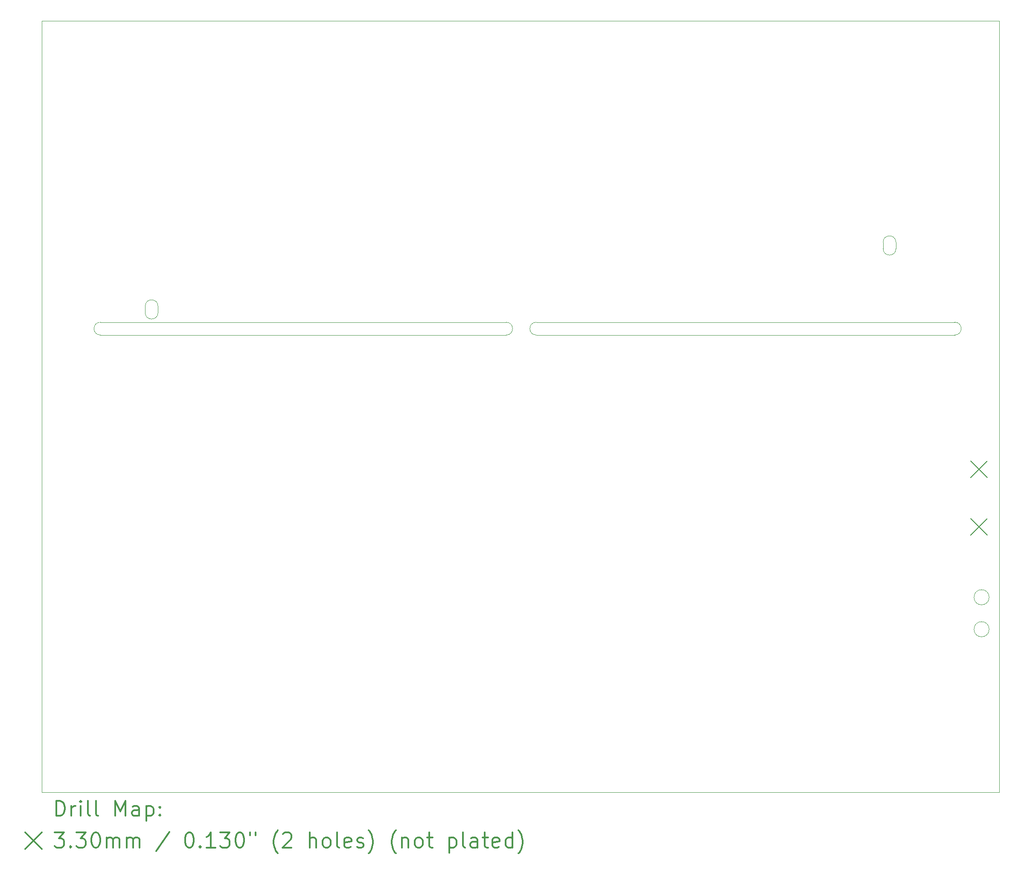
<source format=gbr>
%FSLAX45Y45*%
G04 Gerber Fmt 4.5, Leading zero omitted, Abs format (unit mm)*
G04 Created by KiCad (PCBNEW (5.1.6)-1) date 2023-08-01 14:28:14*
%MOMM*%
%LPD*%
G01*
G04 APERTURE LIST*
%TA.AperFunction,Profile*%
%ADD10C,0.050000*%
%TD*%
%ADD11C,0.200000*%
%ADD12C,0.300000*%
G04 APERTURE END LIST*
D10*
X21082000Y-5143500D02*
X12776200Y-5143500D01*
X21082000Y-5397500D02*
X12776200Y-5397500D01*
X12776200Y-5397500D02*
G75*
G02*
X12776200Y-5143500I0J127000D01*
G01*
X12179300Y-5143500D02*
G75*
G02*
X12179300Y-5397500I0J-127000D01*
G01*
X21763000Y-11239500D02*
G75*
G03*
X21763000Y-11239500I-150000J0D01*
G01*
X21763000Y-10604500D02*
G75*
G03*
X21763000Y-10604500I-150000J0D01*
G01*
X19659600Y-3556000D02*
X19659600Y-3683000D01*
X19659600Y-3556000D02*
G75*
G02*
X19913600Y-3556000I127000J0D01*
G01*
X19913600Y-3683000D02*
G75*
G02*
X19659600Y-3683000I-127000J0D01*
G01*
X19913600Y-3556000D02*
X19913600Y-3683000D01*
X5270500Y-4953000D02*
G75*
G02*
X5016500Y-4953000I-127000J0D01*
G01*
X5016500Y-4826000D02*
G75*
G02*
X5270500Y-4826000I127000J0D01*
G01*
X5270500Y-4953000D02*
X5270500Y-4826000D01*
X5016500Y-4826000D02*
X5016500Y-4953000D01*
X4127500Y-5397500D02*
G75*
G02*
X4127500Y-5143500I0J127000D01*
G01*
X21082000Y-5143500D02*
G75*
G02*
X21082000Y-5397500I0J-127000D01*
G01*
X12179300Y-5397500D02*
X4127500Y-5397500D01*
X4127500Y-5143500D02*
X12179300Y-5143500D01*
X2966500Y-14478000D02*
X21966500Y-14478000D01*
X21966500Y841500D02*
X21966500Y-14478000D01*
X2966500Y841500D02*
X21966500Y841500D01*
X2966500Y841500D02*
X2966500Y-14478000D01*
D11*
X21399600Y-7899400D02*
X21729600Y-8229400D01*
X21729600Y-7899400D02*
X21399600Y-8229400D01*
X21399600Y-9042600D02*
X21729600Y-9372600D01*
X21729600Y-9042600D02*
X21399600Y-9372600D01*
D12*
X3250428Y-14946214D02*
X3250428Y-14646214D01*
X3321857Y-14646214D01*
X3364714Y-14660500D01*
X3393286Y-14689071D01*
X3407571Y-14717643D01*
X3421857Y-14774786D01*
X3421857Y-14817643D01*
X3407571Y-14874786D01*
X3393286Y-14903357D01*
X3364714Y-14931929D01*
X3321857Y-14946214D01*
X3250428Y-14946214D01*
X3550428Y-14946214D02*
X3550428Y-14746214D01*
X3550428Y-14803357D02*
X3564714Y-14774786D01*
X3579000Y-14760500D01*
X3607571Y-14746214D01*
X3636143Y-14746214D01*
X3736143Y-14946214D02*
X3736143Y-14746214D01*
X3736143Y-14646214D02*
X3721857Y-14660500D01*
X3736143Y-14674786D01*
X3750428Y-14660500D01*
X3736143Y-14646214D01*
X3736143Y-14674786D01*
X3921857Y-14946214D02*
X3893286Y-14931929D01*
X3879000Y-14903357D01*
X3879000Y-14646214D01*
X4079000Y-14946214D02*
X4050428Y-14931929D01*
X4036143Y-14903357D01*
X4036143Y-14646214D01*
X4421857Y-14946214D02*
X4421857Y-14646214D01*
X4521857Y-14860500D01*
X4621857Y-14646214D01*
X4621857Y-14946214D01*
X4893286Y-14946214D02*
X4893286Y-14789071D01*
X4879000Y-14760500D01*
X4850428Y-14746214D01*
X4793286Y-14746214D01*
X4764714Y-14760500D01*
X4893286Y-14931929D02*
X4864714Y-14946214D01*
X4793286Y-14946214D01*
X4764714Y-14931929D01*
X4750428Y-14903357D01*
X4750428Y-14874786D01*
X4764714Y-14846214D01*
X4793286Y-14831929D01*
X4864714Y-14831929D01*
X4893286Y-14817643D01*
X5036143Y-14746214D02*
X5036143Y-15046214D01*
X5036143Y-14760500D02*
X5064714Y-14746214D01*
X5121857Y-14746214D01*
X5150428Y-14760500D01*
X5164714Y-14774786D01*
X5179000Y-14803357D01*
X5179000Y-14889071D01*
X5164714Y-14917643D01*
X5150428Y-14931929D01*
X5121857Y-14946214D01*
X5064714Y-14946214D01*
X5036143Y-14931929D01*
X5307571Y-14917643D02*
X5321857Y-14931929D01*
X5307571Y-14946214D01*
X5293286Y-14931929D01*
X5307571Y-14917643D01*
X5307571Y-14946214D01*
X5307571Y-14760500D02*
X5321857Y-14774786D01*
X5307571Y-14789071D01*
X5293286Y-14774786D01*
X5307571Y-14760500D01*
X5307571Y-14789071D01*
X2634000Y-15275500D02*
X2964000Y-15605500D01*
X2964000Y-15275500D02*
X2634000Y-15605500D01*
X3221857Y-15276214D02*
X3407571Y-15276214D01*
X3307571Y-15390500D01*
X3350428Y-15390500D01*
X3379000Y-15404786D01*
X3393286Y-15419071D01*
X3407571Y-15447643D01*
X3407571Y-15519071D01*
X3393286Y-15547643D01*
X3379000Y-15561929D01*
X3350428Y-15576214D01*
X3264714Y-15576214D01*
X3236143Y-15561929D01*
X3221857Y-15547643D01*
X3536143Y-15547643D02*
X3550428Y-15561929D01*
X3536143Y-15576214D01*
X3521857Y-15561929D01*
X3536143Y-15547643D01*
X3536143Y-15576214D01*
X3650428Y-15276214D02*
X3836143Y-15276214D01*
X3736143Y-15390500D01*
X3779000Y-15390500D01*
X3807571Y-15404786D01*
X3821857Y-15419071D01*
X3836143Y-15447643D01*
X3836143Y-15519071D01*
X3821857Y-15547643D01*
X3807571Y-15561929D01*
X3779000Y-15576214D01*
X3693286Y-15576214D01*
X3664714Y-15561929D01*
X3650428Y-15547643D01*
X4021857Y-15276214D02*
X4050428Y-15276214D01*
X4079000Y-15290500D01*
X4093286Y-15304786D01*
X4107571Y-15333357D01*
X4121857Y-15390500D01*
X4121857Y-15461929D01*
X4107571Y-15519071D01*
X4093286Y-15547643D01*
X4079000Y-15561929D01*
X4050428Y-15576214D01*
X4021857Y-15576214D01*
X3993286Y-15561929D01*
X3979000Y-15547643D01*
X3964714Y-15519071D01*
X3950428Y-15461929D01*
X3950428Y-15390500D01*
X3964714Y-15333357D01*
X3979000Y-15304786D01*
X3993286Y-15290500D01*
X4021857Y-15276214D01*
X4250428Y-15576214D02*
X4250428Y-15376214D01*
X4250428Y-15404786D02*
X4264714Y-15390500D01*
X4293286Y-15376214D01*
X4336143Y-15376214D01*
X4364714Y-15390500D01*
X4379000Y-15419071D01*
X4379000Y-15576214D01*
X4379000Y-15419071D02*
X4393286Y-15390500D01*
X4421857Y-15376214D01*
X4464714Y-15376214D01*
X4493286Y-15390500D01*
X4507571Y-15419071D01*
X4507571Y-15576214D01*
X4650428Y-15576214D02*
X4650428Y-15376214D01*
X4650428Y-15404786D02*
X4664714Y-15390500D01*
X4693286Y-15376214D01*
X4736143Y-15376214D01*
X4764714Y-15390500D01*
X4779000Y-15419071D01*
X4779000Y-15576214D01*
X4779000Y-15419071D02*
X4793286Y-15390500D01*
X4821857Y-15376214D01*
X4864714Y-15376214D01*
X4893286Y-15390500D01*
X4907571Y-15419071D01*
X4907571Y-15576214D01*
X5493286Y-15261929D02*
X5236143Y-15647643D01*
X5879000Y-15276214D02*
X5907571Y-15276214D01*
X5936143Y-15290500D01*
X5950428Y-15304786D01*
X5964714Y-15333357D01*
X5979000Y-15390500D01*
X5979000Y-15461929D01*
X5964714Y-15519071D01*
X5950428Y-15547643D01*
X5936143Y-15561929D01*
X5907571Y-15576214D01*
X5879000Y-15576214D01*
X5850428Y-15561929D01*
X5836143Y-15547643D01*
X5821857Y-15519071D01*
X5807571Y-15461929D01*
X5807571Y-15390500D01*
X5821857Y-15333357D01*
X5836143Y-15304786D01*
X5850428Y-15290500D01*
X5879000Y-15276214D01*
X6107571Y-15547643D02*
X6121857Y-15561929D01*
X6107571Y-15576214D01*
X6093286Y-15561929D01*
X6107571Y-15547643D01*
X6107571Y-15576214D01*
X6407571Y-15576214D02*
X6236143Y-15576214D01*
X6321857Y-15576214D02*
X6321857Y-15276214D01*
X6293286Y-15319071D01*
X6264714Y-15347643D01*
X6236143Y-15361929D01*
X6507571Y-15276214D02*
X6693286Y-15276214D01*
X6593286Y-15390500D01*
X6636143Y-15390500D01*
X6664714Y-15404786D01*
X6679000Y-15419071D01*
X6693286Y-15447643D01*
X6693286Y-15519071D01*
X6679000Y-15547643D01*
X6664714Y-15561929D01*
X6636143Y-15576214D01*
X6550428Y-15576214D01*
X6521857Y-15561929D01*
X6507571Y-15547643D01*
X6879000Y-15276214D02*
X6907571Y-15276214D01*
X6936143Y-15290500D01*
X6950428Y-15304786D01*
X6964714Y-15333357D01*
X6979000Y-15390500D01*
X6979000Y-15461929D01*
X6964714Y-15519071D01*
X6950428Y-15547643D01*
X6936143Y-15561929D01*
X6907571Y-15576214D01*
X6879000Y-15576214D01*
X6850428Y-15561929D01*
X6836143Y-15547643D01*
X6821857Y-15519071D01*
X6807571Y-15461929D01*
X6807571Y-15390500D01*
X6821857Y-15333357D01*
X6836143Y-15304786D01*
X6850428Y-15290500D01*
X6879000Y-15276214D01*
X7093286Y-15276214D02*
X7093286Y-15333357D01*
X7207571Y-15276214D02*
X7207571Y-15333357D01*
X7650428Y-15690500D02*
X7636143Y-15676214D01*
X7607571Y-15633357D01*
X7593286Y-15604786D01*
X7579000Y-15561929D01*
X7564714Y-15490500D01*
X7564714Y-15433357D01*
X7579000Y-15361929D01*
X7593286Y-15319071D01*
X7607571Y-15290500D01*
X7636143Y-15247643D01*
X7650428Y-15233357D01*
X7750428Y-15304786D02*
X7764714Y-15290500D01*
X7793286Y-15276214D01*
X7864714Y-15276214D01*
X7893286Y-15290500D01*
X7907571Y-15304786D01*
X7921857Y-15333357D01*
X7921857Y-15361929D01*
X7907571Y-15404786D01*
X7736143Y-15576214D01*
X7921857Y-15576214D01*
X8279000Y-15576214D02*
X8279000Y-15276214D01*
X8407571Y-15576214D02*
X8407571Y-15419071D01*
X8393286Y-15390500D01*
X8364714Y-15376214D01*
X8321857Y-15376214D01*
X8293286Y-15390500D01*
X8279000Y-15404786D01*
X8593286Y-15576214D02*
X8564714Y-15561929D01*
X8550428Y-15547643D01*
X8536143Y-15519071D01*
X8536143Y-15433357D01*
X8550428Y-15404786D01*
X8564714Y-15390500D01*
X8593286Y-15376214D01*
X8636143Y-15376214D01*
X8664714Y-15390500D01*
X8679000Y-15404786D01*
X8693286Y-15433357D01*
X8693286Y-15519071D01*
X8679000Y-15547643D01*
X8664714Y-15561929D01*
X8636143Y-15576214D01*
X8593286Y-15576214D01*
X8864714Y-15576214D02*
X8836143Y-15561929D01*
X8821857Y-15533357D01*
X8821857Y-15276214D01*
X9093286Y-15561929D02*
X9064714Y-15576214D01*
X9007571Y-15576214D01*
X8979000Y-15561929D01*
X8964714Y-15533357D01*
X8964714Y-15419071D01*
X8979000Y-15390500D01*
X9007571Y-15376214D01*
X9064714Y-15376214D01*
X9093286Y-15390500D01*
X9107571Y-15419071D01*
X9107571Y-15447643D01*
X8964714Y-15476214D01*
X9221857Y-15561929D02*
X9250428Y-15576214D01*
X9307571Y-15576214D01*
X9336143Y-15561929D01*
X9350428Y-15533357D01*
X9350428Y-15519071D01*
X9336143Y-15490500D01*
X9307571Y-15476214D01*
X9264714Y-15476214D01*
X9236143Y-15461929D01*
X9221857Y-15433357D01*
X9221857Y-15419071D01*
X9236143Y-15390500D01*
X9264714Y-15376214D01*
X9307571Y-15376214D01*
X9336143Y-15390500D01*
X9450428Y-15690500D02*
X9464714Y-15676214D01*
X9493286Y-15633357D01*
X9507571Y-15604786D01*
X9521857Y-15561929D01*
X9536143Y-15490500D01*
X9536143Y-15433357D01*
X9521857Y-15361929D01*
X9507571Y-15319071D01*
X9493286Y-15290500D01*
X9464714Y-15247643D01*
X9450428Y-15233357D01*
X9993286Y-15690500D02*
X9979000Y-15676214D01*
X9950428Y-15633357D01*
X9936143Y-15604786D01*
X9921857Y-15561929D01*
X9907571Y-15490500D01*
X9907571Y-15433357D01*
X9921857Y-15361929D01*
X9936143Y-15319071D01*
X9950428Y-15290500D01*
X9979000Y-15247643D01*
X9993286Y-15233357D01*
X10107571Y-15376214D02*
X10107571Y-15576214D01*
X10107571Y-15404786D02*
X10121857Y-15390500D01*
X10150428Y-15376214D01*
X10193286Y-15376214D01*
X10221857Y-15390500D01*
X10236143Y-15419071D01*
X10236143Y-15576214D01*
X10421857Y-15576214D02*
X10393286Y-15561929D01*
X10379000Y-15547643D01*
X10364714Y-15519071D01*
X10364714Y-15433357D01*
X10379000Y-15404786D01*
X10393286Y-15390500D01*
X10421857Y-15376214D01*
X10464714Y-15376214D01*
X10493286Y-15390500D01*
X10507571Y-15404786D01*
X10521857Y-15433357D01*
X10521857Y-15519071D01*
X10507571Y-15547643D01*
X10493286Y-15561929D01*
X10464714Y-15576214D01*
X10421857Y-15576214D01*
X10607571Y-15376214D02*
X10721857Y-15376214D01*
X10650428Y-15276214D02*
X10650428Y-15533357D01*
X10664714Y-15561929D01*
X10693286Y-15576214D01*
X10721857Y-15576214D01*
X11050428Y-15376214D02*
X11050428Y-15676214D01*
X11050428Y-15390500D02*
X11079000Y-15376214D01*
X11136143Y-15376214D01*
X11164714Y-15390500D01*
X11179000Y-15404786D01*
X11193286Y-15433357D01*
X11193286Y-15519071D01*
X11179000Y-15547643D01*
X11164714Y-15561929D01*
X11136143Y-15576214D01*
X11079000Y-15576214D01*
X11050428Y-15561929D01*
X11364714Y-15576214D02*
X11336143Y-15561929D01*
X11321857Y-15533357D01*
X11321857Y-15276214D01*
X11607571Y-15576214D02*
X11607571Y-15419071D01*
X11593286Y-15390500D01*
X11564714Y-15376214D01*
X11507571Y-15376214D01*
X11479000Y-15390500D01*
X11607571Y-15561929D02*
X11579000Y-15576214D01*
X11507571Y-15576214D01*
X11479000Y-15561929D01*
X11464714Y-15533357D01*
X11464714Y-15504786D01*
X11479000Y-15476214D01*
X11507571Y-15461929D01*
X11579000Y-15461929D01*
X11607571Y-15447643D01*
X11707571Y-15376214D02*
X11821857Y-15376214D01*
X11750428Y-15276214D02*
X11750428Y-15533357D01*
X11764714Y-15561929D01*
X11793286Y-15576214D01*
X11821857Y-15576214D01*
X12036143Y-15561929D02*
X12007571Y-15576214D01*
X11950428Y-15576214D01*
X11921857Y-15561929D01*
X11907571Y-15533357D01*
X11907571Y-15419071D01*
X11921857Y-15390500D01*
X11950428Y-15376214D01*
X12007571Y-15376214D01*
X12036143Y-15390500D01*
X12050428Y-15419071D01*
X12050428Y-15447643D01*
X11907571Y-15476214D01*
X12307571Y-15576214D02*
X12307571Y-15276214D01*
X12307571Y-15561929D02*
X12279000Y-15576214D01*
X12221857Y-15576214D01*
X12193286Y-15561929D01*
X12179000Y-15547643D01*
X12164714Y-15519071D01*
X12164714Y-15433357D01*
X12179000Y-15404786D01*
X12193286Y-15390500D01*
X12221857Y-15376214D01*
X12279000Y-15376214D01*
X12307571Y-15390500D01*
X12421857Y-15690500D02*
X12436143Y-15676214D01*
X12464714Y-15633357D01*
X12479000Y-15604786D01*
X12493286Y-15561929D01*
X12507571Y-15490500D01*
X12507571Y-15433357D01*
X12493286Y-15361929D01*
X12479000Y-15319071D01*
X12464714Y-15290500D01*
X12436143Y-15247643D01*
X12421857Y-15233357D01*
M02*

</source>
